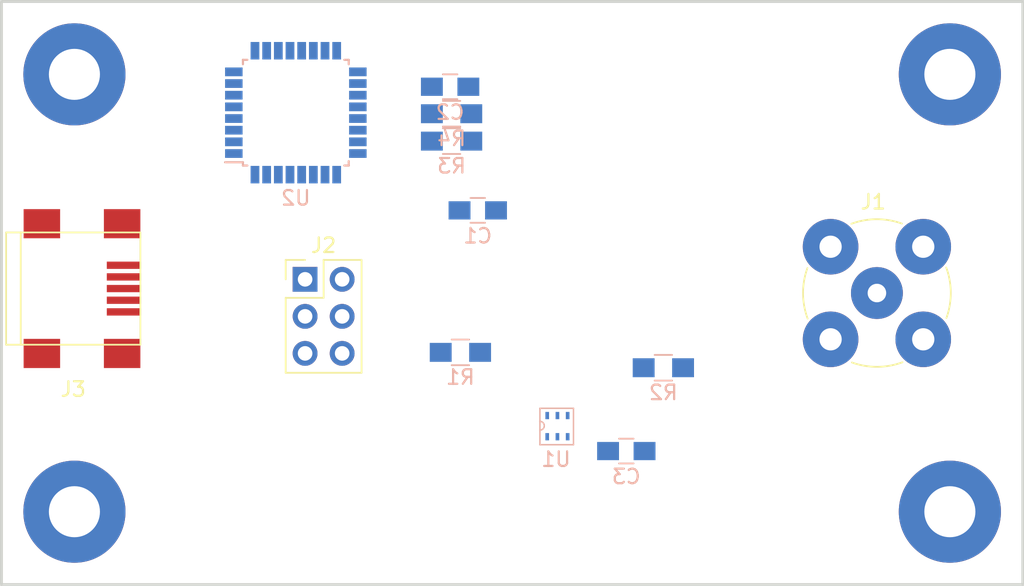
<source format=kicad_pcb>
(kicad_pcb (version 20171130) (host pcbnew "(5.0.0)")

  (general
    (thickness 1.6)
    (drawings 4)
    (tracks 0)
    (zones 0)
    (modules 16)
    (nets 12)
  )

  (page A4)
  (layers
    (0 F.Cu signal)
    (31 B.Cu signal)
    (32 B.Adhes user)
    (33 F.Adhes user)
    (34 B.Paste user)
    (35 F.Paste user)
    (36 B.SilkS user)
    (37 F.SilkS user)
    (38 B.Mask user)
    (39 F.Mask user)
    (40 Dwgs.User user)
    (41 Cmts.User user)
    (42 Eco1.User user)
    (43 Eco2.User user)
    (44 Edge.Cuts user)
    (45 Margin user)
    (46 B.CrtYd user)
    (47 F.CrtYd user)
    (48 B.Fab user)
    (49 F.Fab user)
  )

  (setup
    (last_trace_width 0.25)
    (trace_clearance 0.2)
    (zone_clearance 0.508)
    (zone_45_only no)
    (trace_min 0.2)
    (segment_width 0.2)
    (edge_width 0.15)
    (via_size 0.8)
    (via_drill 0.4)
    (via_min_size 0.4)
    (via_min_drill 0.3)
    (uvia_size 0.3)
    (uvia_drill 0.1)
    (uvias_allowed no)
    (uvia_min_size 0.2)
    (uvia_min_drill 0.1)
    (pcb_text_width 0.3)
    (pcb_text_size 1.5 1.5)
    (mod_edge_width 0.15)
    (mod_text_size 1 1)
    (mod_text_width 0.15)
    (pad_size 1.524 1.524)
    (pad_drill 0.762)
    (pad_to_mask_clearance 0.2)
    (aux_axis_origin 0 0)
    (visible_elements 7FFFFFFF)
    (pcbplotparams
      (layerselection 0x010fc_ffffffff)
      (usegerberextensions false)
      (usegerberattributes false)
      (usegerberadvancedattributes false)
      (creategerberjobfile false)
      (excludeedgelayer true)
      (linewidth 0.100000)
      (plotframeref false)
      (viasonmask false)
      (mode 1)
      (useauxorigin false)
      (hpglpennumber 1)
      (hpglpenspeed 20)
      (hpglpendiameter 15.000000)
      (psnegative false)
      (psa4output false)
      (plotreference true)
      (plotvalue true)
      (plotinvisibletext false)
      (padsonsilk false)
      (subtractmaskfromsilk false)
      (outputformat 1)
      (mirror false)
      (drillshape 1)
      (scaleselection 1)
      (outputdirectory ""))
  )

  (net 0 "")
  (net 1 GND)
  (net 2 "Net-(C1-Pad1)")
  (net 3 "Net-(J1-Pad1)")
  (net 4 VCC)
  (net 5 "Net-(R3-Pad2)")
  (net 6 "Net-(J2-Pad4)")
  (net 7 "Net-(U1-Pad3)")
  (net 8 "Net-(U1-Pad4)")
  (net 9 "Net-(J2-Pad1)")
  (net 10 "Net-(J2-Pad5)")
  (net 11 "Net-(U2-Pad21)")

  (net_class Default "This is the default net class."
    (clearance 0.2)
    (trace_width 0.25)
    (via_dia 0.8)
    (via_drill 0.4)
    (uvia_dia 0.3)
    (uvia_drill 0.1)
    (add_net GND)
    (add_net "Net-(C1-Pad1)")
    (add_net "Net-(J1-Pad1)")
    (add_net "Net-(J2-Pad1)")
    (add_net "Net-(J2-Pad4)")
    (add_net "Net-(J2-Pad5)")
    (add_net "Net-(R3-Pad2)")
    (add_net "Net-(U1-Pad3)")
    (add_net "Net-(U1-Pad4)")
    (add_net "Net-(U2-Pad21)")
    (add_net VCC)
  )

  (module Mounting_Holes:MountingHole_3.5mm_Pad locked (layer F.Cu) (tedit 5BA4F981) (tstamp 5BA4FCF7)
    (at 175 85)
    (descr "Mounting Hole 3.5mm")
    (tags "mounting hole 3.5mm")
    (attr virtual)
    (fp_text reference REF** (at 0 -4.5) (layer F.SilkS) hide
      (effects (font (size 1 1) (thickness 0.15)))
    )
    (fp_text value MountingHole_3.5mm_Pad (at 0 4.5) (layer F.Fab) hide
      (effects (font (size 1 1) (thickness 0.15)))
    )
    (fp_circle (center 0 0) (end 3.75 0) (layer F.CrtYd) (width 0.05))
    (fp_circle (center 0 0) (end 3.5 0) (layer Cmts.User) (width 0.15))
    (fp_text user %R (at 0.3 0) (layer F.Fab)
      (effects (font (size 1 1) (thickness 0.15)))
    )
    (pad 1 thru_hole circle (at 0 0) (size 7 7) (drill 3.5) (layers *.Cu *.Mask))
  )

  (module Mounting_Holes:MountingHole_3.5mm_Pad locked (layer F.Cu) (tedit 5BA4F978) (tstamp 5BA4FCE9)
    (at 175 115)
    (descr "Mounting Hole 3.5mm")
    (tags "mounting hole 3.5mm")
    (attr virtual)
    (fp_text reference REF** (at 0 -4.5) (layer F.SilkS) hide
      (effects (font (size 1 1) (thickness 0.15)))
    )
    (fp_text value MountingHole_3.5mm_Pad (at 0 4.5) (layer F.Fab) hide
      (effects (font (size 1 1) (thickness 0.15)))
    )
    (fp_text user %R (at 0.3 0) (layer F.Fab)
      (effects (font (size 1 1) (thickness 0.15)))
    )
    (fp_circle (center 0 0) (end 3.5 0) (layer Cmts.User) (width 0.15))
    (fp_circle (center 0 0) (end 3.75 0) (layer F.CrtYd) (width 0.05))
    (pad 1 thru_hole circle (at 0 0) (size 7 7) (drill 3.5) (layers *.Cu *.Mask))
  )

  (module Mounting_Holes:MountingHole_3.5mm_Pad locked (layer F.Cu) (tedit 5BA4F970) (tstamp 5BA4FCDB)
    (at 115 115)
    (descr "Mounting Hole 3.5mm")
    (tags "mounting hole 3.5mm")
    (attr virtual)
    (fp_text reference REF** (at 0 -4.5) (layer F.SilkS) hide
      (effects (font (size 1 1) (thickness 0.15)))
    )
    (fp_text value MountingHole_3.5mm_Pad (at 0 4.5) (layer F.Fab) hide
      (effects (font (size 1 1) (thickness 0.15)))
    )
    (fp_circle (center 0 0) (end 3.75 0) (layer F.CrtYd) (width 0.05))
    (fp_circle (center 0 0) (end 3.5 0) (layer Cmts.User) (width 0.15))
    (fp_text user %R (at 0.3 0) (layer F.Fab)
      (effects (font (size 1 1) (thickness 0.15)))
    )
    (pad 1 thru_hole circle (at 0 0) (size 7 7) (drill 3.5) (layers *.Cu *.Mask))
  )

  (module Capacitors_SMD:C_0805_HandSoldering (layer B.Cu) (tedit 58AA84A8) (tstamp 5BA4C66A)
    (at 142.644014 94.330377)
    (descr "Capacitor SMD 0805, hand soldering")
    (tags "capacitor 0805")
    (path /5BA4C63A)
    (attr smd)
    (fp_text reference C1 (at 0 1.75) (layer B.SilkS)
      (effects (font (size 1 1) (thickness 0.15)) (justify mirror))
    )
    (fp_text value C (at 0 -1.75) (layer B.Fab)
      (effects (font (size 1 1) (thickness 0.15)) (justify mirror))
    )
    (fp_line (start 2.25 -0.87) (end -2.25 -0.87) (layer B.CrtYd) (width 0.05))
    (fp_line (start 2.25 -0.87) (end 2.25 0.88) (layer B.CrtYd) (width 0.05))
    (fp_line (start -2.25 0.88) (end -2.25 -0.87) (layer B.CrtYd) (width 0.05))
    (fp_line (start -2.25 0.88) (end 2.25 0.88) (layer B.CrtYd) (width 0.05))
    (fp_line (start -0.5 -0.85) (end 0.5 -0.85) (layer B.SilkS) (width 0.12))
    (fp_line (start 0.5 0.85) (end -0.5 0.85) (layer B.SilkS) (width 0.12))
    (fp_line (start -1 0.62) (end 1 0.62) (layer B.Fab) (width 0.1))
    (fp_line (start 1 0.62) (end 1 -0.62) (layer B.Fab) (width 0.1))
    (fp_line (start 1 -0.62) (end -1 -0.62) (layer B.Fab) (width 0.1))
    (fp_line (start -1 -0.62) (end -1 0.62) (layer B.Fab) (width 0.1))
    (fp_text user %R (at 0 1.75) (layer B.Fab)
      (effects (font (size 1 1) (thickness 0.15)) (justify mirror))
    )
    (pad 2 smd rect (at 1.25 0) (size 1.5 1.25) (layers B.Cu B.Paste B.Mask)
      (net 1 GND))
    (pad 1 smd rect (at -1.25 0) (size 1.5 1.25) (layers B.Cu B.Paste B.Mask)
      (net 2 "Net-(C1-Pad1)"))
    (model Capacitors_SMD.3dshapes/C_0805.wrl
      (at (xyz 0 0 0))
      (scale (xyz 1 1 1))
      (rotate (xyz 0 0 0))
    )
  )

  (module Resistors_SMD:R_0805_HandSoldering (layer B.Cu) (tedit 58E0A804) (tstamp 5BA4C6B4)
    (at 141.454015 104.070376)
    (descr "Resistor SMD 0805, hand soldering")
    (tags "resistor 0805")
    (path /5BA4C5A3)
    (attr smd)
    (fp_text reference R1 (at 0 1.7) (layer B.SilkS)
      (effects (font (size 1 1) (thickness 0.15)) (justify mirror))
    )
    (fp_text value R (at 0 -1.75) (layer B.Fab)
      (effects (font (size 1 1) (thickness 0.15)) (justify mirror))
    )
    (fp_text user %R (at 0 0) (layer B.Fab)
      (effects (font (size 0.5 0.5) (thickness 0.075)) (justify mirror))
    )
    (fp_line (start -1 -0.62) (end -1 0.62) (layer B.Fab) (width 0.1))
    (fp_line (start 1 -0.62) (end -1 -0.62) (layer B.Fab) (width 0.1))
    (fp_line (start 1 0.62) (end 1 -0.62) (layer B.Fab) (width 0.1))
    (fp_line (start -1 0.62) (end 1 0.62) (layer B.Fab) (width 0.1))
    (fp_line (start 0.6 -0.88) (end -0.6 -0.88) (layer B.SilkS) (width 0.12))
    (fp_line (start -0.6 0.88) (end 0.6 0.88) (layer B.SilkS) (width 0.12))
    (fp_line (start -2.35 0.9) (end 2.35 0.9) (layer B.CrtYd) (width 0.05))
    (fp_line (start -2.35 0.9) (end -2.35 -0.9) (layer B.CrtYd) (width 0.05))
    (fp_line (start 2.35 -0.9) (end 2.35 0.9) (layer B.CrtYd) (width 0.05))
    (fp_line (start 2.35 -0.9) (end -2.35 -0.9) (layer B.CrtYd) (width 0.05))
    (pad 1 smd rect (at -1.35 0) (size 1.5 1.3) (layers B.Cu B.Paste B.Mask)
      (net 3 "Net-(J1-Pad1)"))
    (pad 2 smd rect (at 1.35 0) (size 1.5 1.3) (layers B.Cu B.Paste B.Mask)
      (net 1 GND))
    (model ${KISYS3DMOD}/Resistors_SMD.3dshapes/R_0805.wrl
      (at (xyz 0 0 0))
      (scale (xyz 1 1 1))
      (rotate (xyz 0 0 0))
    )
  )

  (module Resistors_SMD:R_0805_HandSoldering (layer B.Cu) (tedit 58E0A804) (tstamp 5BA4C6C5)
    (at 155.364014 105.125377)
    (descr "Resistor SMD 0805, hand soldering")
    (tags "resistor 0805")
    (path /5BA4C559)
    (attr smd)
    (fp_text reference R2 (at 0 1.7) (layer B.SilkS)
      (effects (font (size 1 1) (thickness 0.15)) (justify mirror))
    )
    (fp_text value R (at 0 -1.75) (layer B.Fab)
      (effects (font (size 1 1) (thickness 0.15)) (justify mirror))
    )
    (fp_line (start 2.35 -0.9) (end -2.35 -0.9) (layer B.CrtYd) (width 0.05))
    (fp_line (start 2.35 -0.9) (end 2.35 0.9) (layer B.CrtYd) (width 0.05))
    (fp_line (start -2.35 0.9) (end -2.35 -0.9) (layer B.CrtYd) (width 0.05))
    (fp_line (start -2.35 0.9) (end 2.35 0.9) (layer B.CrtYd) (width 0.05))
    (fp_line (start -0.6 0.88) (end 0.6 0.88) (layer B.SilkS) (width 0.12))
    (fp_line (start 0.6 -0.88) (end -0.6 -0.88) (layer B.SilkS) (width 0.12))
    (fp_line (start -1 0.62) (end 1 0.62) (layer B.Fab) (width 0.1))
    (fp_line (start 1 0.62) (end 1 -0.62) (layer B.Fab) (width 0.1))
    (fp_line (start 1 -0.62) (end -1 -0.62) (layer B.Fab) (width 0.1))
    (fp_line (start -1 -0.62) (end -1 0.62) (layer B.Fab) (width 0.1))
    (fp_text user %R (at 0 0) (layer B.Fab)
      (effects (font (size 0.5 0.5) (thickness 0.075)) (justify mirror))
    )
    (pad 2 smd rect (at 1.35 0) (size 1.5 1.3) (layers B.Cu B.Paste B.Mask)
      (net 3 "Net-(J1-Pad1)"))
    (pad 1 smd rect (at -1.35 0) (size 1.5 1.3) (layers B.Cu B.Paste B.Mask)
      (net 2 "Net-(C1-Pad1)"))
    (model ${KISYS3DMOD}/Resistors_SMD.3dshapes/R_0805.wrl
      (at (xyz 0 0 0))
      (scale (xyz 1 1 1))
      (rotate (xyz 0 0 0))
    )
  )

  (module Capacitors_SMD:C_0805_HandSoldering (layer B.Cu) (tedit 58AA84A8) (tstamp 5BA4C8EB)
    (at 140.749015 85.850376)
    (descr "Capacitor SMD 0805, hand soldering")
    (tags "capacitor 0805")
    (path /5BA4F023)
    (attr smd)
    (fp_text reference C2 (at 0 1.75) (layer B.SilkS)
      (effects (font (size 1 1) (thickness 0.15)) (justify mirror))
    )
    (fp_text value C (at 0 -1.75) (layer B.Fab)
      (effects (font (size 1 1) (thickness 0.15)) (justify mirror))
    )
    (fp_line (start 2.25 -0.87) (end -2.25 -0.87) (layer B.CrtYd) (width 0.05))
    (fp_line (start 2.25 -0.87) (end 2.25 0.88) (layer B.CrtYd) (width 0.05))
    (fp_line (start -2.25 0.88) (end -2.25 -0.87) (layer B.CrtYd) (width 0.05))
    (fp_line (start -2.25 0.88) (end 2.25 0.88) (layer B.CrtYd) (width 0.05))
    (fp_line (start -0.5 -0.85) (end 0.5 -0.85) (layer B.SilkS) (width 0.12))
    (fp_line (start 0.5 0.85) (end -0.5 0.85) (layer B.SilkS) (width 0.12))
    (fp_line (start -1 0.62) (end 1 0.62) (layer B.Fab) (width 0.1))
    (fp_line (start 1 0.62) (end 1 -0.62) (layer B.Fab) (width 0.1))
    (fp_line (start 1 -0.62) (end -1 -0.62) (layer B.Fab) (width 0.1))
    (fp_line (start -1 -0.62) (end -1 0.62) (layer B.Fab) (width 0.1))
    (fp_text user %R (at 0 1.75) (layer B.Fab)
      (effects (font (size 1 1) (thickness 0.15)) (justify mirror))
    )
    (pad 2 smd rect (at 1.25 0) (size 1.5 1.25) (layers B.Cu B.Paste B.Mask)
      (net 1 GND))
    (pad 1 smd rect (at -1.25 0) (size 1.5 1.25) (layers B.Cu B.Paste B.Mask)
      (net 4 VCC))
    (model Capacitors_SMD.3dshapes/C_0805.wrl
      (at (xyz 0 0 0))
      (scale (xyz 1 1 1))
      (rotate (xyz 0 0 0))
    )
  )

  (module Resistors_SMD:R_0805_HandSoldering (layer B.Cu) (tedit 58E0A804) (tstamp 5BA4C90E)
    (at 140.849015 89.580376)
    (descr "Resistor SMD 0805, hand soldering")
    (tags "resistor 0805")
    (path /5BA4E565)
    (attr smd)
    (fp_text reference R3 (at 0 1.7) (layer B.SilkS)
      (effects (font (size 1 1) (thickness 0.15)) (justify mirror))
    )
    (fp_text value R (at 0 -1.75) (layer B.Fab)
      (effects (font (size 1 1) (thickness 0.15)) (justify mirror))
    )
    (fp_text user %R (at 0 0) (layer B.Fab)
      (effects (font (size 0.5 0.5) (thickness 0.075)) (justify mirror))
    )
    (fp_line (start -1 -0.62) (end -1 0.62) (layer B.Fab) (width 0.1))
    (fp_line (start 1 -0.62) (end -1 -0.62) (layer B.Fab) (width 0.1))
    (fp_line (start 1 0.62) (end 1 -0.62) (layer B.Fab) (width 0.1))
    (fp_line (start -1 0.62) (end 1 0.62) (layer B.Fab) (width 0.1))
    (fp_line (start 0.6 -0.88) (end -0.6 -0.88) (layer B.SilkS) (width 0.12))
    (fp_line (start -0.6 0.88) (end 0.6 0.88) (layer B.SilkS) (width 0.12))
    (fp_line (start -2.35 0.9) (end 2.35 0.9) (layer B.CrtYd) (width 0.05))
    (fp_line (start -2.35 0.9) (end -2.35 -0.9) (layer B.CrtYd) (width 0.05))
    (fp_line (start 2.35 -0.9) (end 2.35 0.9) (layer B.CrtYd) (width 0.05))
    (fp_line (start 2.35 -0.9) (end -2.35 -0.9) (layer B.CrtYd) (width 0.05))
    (pad 1 smd rect (at -1.35 0) (size 1.5 1.3) (layers B.Cu B.Paste B.Mask)
      (net 4 VCC))
    (pad 2 smd rect (at 1.35 0) (size 1.5 1.3) (layers B.Cu B.Paste B.Mask)
      (net 5 "Net-(R3-Pad2)"))
    (model ${KISYS3DMOD}/Resistors_SMD.3dshapes/R_0805.wrl
      (at (xyz 0 0 0))
      (scale (xyz 1 1 1))
      (rotate (xyz 0 0 0))
    )
  )

  (module Resistors_SMD:R_0805_HandSoldering (layer B.Cu) (tedit 58E0A804) (tstamp 5BA4C91F)
    (at 140.849015 87.700376)
    (descr "Resistor SMD 0805, hand soldering")
    (tags "resistor 0805")
    (path /5BA4E5AB)
    (attr smd)
    (fp_text reference R4 (at 0 1.7) (layer B.SilkS)
      (effects (font (size 1 1) (thickness 0.15)) (justify mirror))
    )
    (fp_text value R (at 0 -1.75) (layer B.Fab)
      (effects (font (size 1 1) (thickness 0.15)) (justify mirror))
    )
    (fp_line (start 2.35 -0.9) (end -2.35 -0.9) (layer B.CrtYd) (width 0.05))
    (fp_line (start 2.35 -0.9) (end 2.35 0.9) (layer B.CrtYd) (width 0.05))
    (fp_line (start -2.35 0.9) (end -2.35 -0.9) (layer B.CrtYd) (width 0.05))
    (fp_line (start -2.35 0.9) (end 2.35 0.9) (layer B.CrtYd) (width 0.05))
    (fp_line (start -0.6 0.88) (end 0.6 0.88) (layer B.SilkS) (width 0.12))
    (fp_line (start 0.6 -0.88) (end -0.6 -0.88) (layer B.SilkS) (width 0.12))
    (fp_line (start -1 0.62) (end 1 0.62) (layer B.Fab) (width 0.1))
    (fp_line (start 1 0.62) (end 1 -0.62) (layer B.Fab) (width 0.1))
    (fp_line (start 1 -0.62) (end -1 -0.62) (layer B.Fab) (width 0.1))
    (fp_line (start -1 -0.62) (end -1 0.62) (layer B.Fab) (width 0.1))
    (fp_text user %R (at 0 0) (layer B.Fab)
      (effects (font (size 0.5 0.5) (thickness 0.075)) (justify mirror))
    )
    (pad 2 smd rect (at 1.35 0) (size 1.5 1.3) (layers B.Cu B.Paste B.Mask)
      (net 1 GND))
    (pad 1 smd rect (at -1.35 0) (size 1.5 1.3) (layers B.Cu B.Paste B.Mask)
      (net 5 "Net-(R3-Pad2)"))
    (model ${KISYS3DMOD}/Resistors_SMD.3dshapes/R_0805.wrl
      (at (xyz 0 0 0))
      (scale (xyz 1 1 1))
      (rotate (xyz 0 0 0))
    )
  )

  (module IonizationChamber:ADS1110 (layer B.Cu) (tedit 5BA4D47B) (tstamp 5BA4DCDD)
    (at 147.404015 108.405376)
    (path /5BA4DF34)
    (fp_text reference U1 (at 0.6 3) (layer B.SilkS)
      (effects (font (size 1 1) (thickness 0.15)) (justify mirror))
    )
    (fp_text value ADS1110 (at 0.6 4.3) (layer B.Fab)
      (effects (font (size 1 1) (thickness 0.15)) (justify mirror))
    )
    (fp_line (start -0.5 2) (end 1.8 2) (layer B.SilkS) (width 0.1))
    (fp_line (start 1.8 2) (end 1.8 -0.5) (layer B.SilkS) (width 0.1))
    (fp_line (start 1.8 -0.5) (end -0.5 -0.5) (layer B.SilkS) (width 0.1))
    (fp_line (start -0.5 -0.5) (end -0.5 2) (layer B.SilkS) (width 0.1))
    (fp_arc (start -0.5 0.7) (end -0.5 0.4) (angle 180) (layer B.SilkS) (width 0.1))
    (pad 1 smd rect (at 0 0 180) (size 0.25 0.5) (layers B.Cu B.Paste B.Mask)
      (net 2 "Net-(C1-Pad1)"))
    (pad 2 smd rect (at 0.7 0 180) (size 0.25 0.5) (layers B.Cu B.Paste B.Mask)
      (net 1 GND))
    (pad 3 smd rect (at 1.4 0 180) (size 0.25 0.5) (layers B.Cu B.Paste B.Mask)
      (net 7 "Net-(U1-Pad3)"))
    (pad 4 smd rect (at 1.4 1.45 180) (size 0.25 0.5) (layers B.Cu B.Paste B.Mask)
      (net 8 "Net-(U1-Pad4)"))
    (pad 5 smd rect (at 0.7 1.45 180) (size 0.25 0.5) (layers B.Cu B.Paste B.Mask)
      (net 4 VCC))
    (pad 6 smd rect (at 0 1.45 180) (size 0.25 0.5) (layers B.Cu B.Paste B.Mask)
      (net 5 "Net-(R3-Pad2)"))
  )

  (module Capacitors_SMD:C_0805_HandSoldering (layer B.Cu) (tedit 58AA84A8) (tstamp 5BA4F5E7)
    (at 152.824014 110.840377)
    (descr "Capacitor SMD 0805, hand soldering")
    (tags "capacitor 0805")
    (path /5BA4FD59)
    (attr smd)
    (fp_text reference C3 (at 0 1.75) (layer B.SilkS)
      (effects (font (size 1 1) (thickness 0.15)) (justify mirror))
    )
    (fp_text value C (at 0 -1.75) (layer B.Fab)
      (effects (font (size 1 1) (thickness 0.15)) (justify mirror))
    )
    (fp_line (start 2.25 -0.87) (end -2.25 -0.87) (layer B.CrtYd) (width 0.05))
    (fp_line (start 2.25 -0.87) (end 2.25 0.88) (layer B.CrtYd) (width 0.05))
    (fp_line (start -2.25 0.88) (end -2.25 -0.87) (layer B.CrtYd) (width 0.05))
    (fp_line (start -2.25 0.88) (end 2.25 0.88) (layer B.CrtYd) (width 0.05))
    (fp_line (start -0.5 -0.85) (end 0.5 -0.85) (layer B.SilkS) (width 0.12))
    (fp_line (start 0.5 0.85) (end -0.5 0.85) (layer B.SilkS) (width 0.12))
    (fp_line (start -1 0.62) (end 1 0.62) (layer B.Fab) (width 0.1))
    (fp_line (start 1 0.62) (end 1 -0.62) (layer B.Fab) (width 0.1))
    (fp_line (start 1 -0.62) (end -1 -0.62) (layer B.Fab) (width 0.1))
    (fp_line (start -1 -0.62) (end -1 0.62) (layer B.Fab) (width 0.1))
    (fp_text user %R (at 0 1.75) (layer B.Fab)
      (effects (font (size 1 1) (thickness 0.15)) (justify mirror))
    )
    (pad 2 smd rect (at 1.25 0) (size 1.5 1.25) (layers B.Cu B.Paste B.Mask)
      (net 1 GND))
    (pad 1 smd rect (at -1.25 0) (size 1.5 1.25) (layers B.Cu B.Paste B.Mask)
      (net 4 VCC))
    (model Capacitors_SMD.3dshapes/C_0805.wrl
      (at (xyz 0 0 0))
      (scale (xyz 1 1 1))
      (rotate (xyz 0 0 0))
    )
  )

  (module Connectors:USB_Mini-B (layer F.Cu) (tedit 5543E571) (tstamp 5BA4F70F)
    (at 115.57 99.695)
    (descr "USB Mini-B 5-pin SMD connector")
    (tags "USB USB_B USB_Mini connector")
    (path /5BA4C9B2)
    (attr smd)
    (fp_text reference J3 (at -0.65 6.9) (layer F.SilkS)
      (effects (font (size 1 1) (thickness 0.15)))
    )
    (fp_text value USB_B_Mini (at -0.65 -7.1) (layer F.Fab)
      (effects (font (size 1 1) (thickness 0.15)))
    )
    (fp_line (start 3.95 -3.85) (end -5.25 -3.85) (layer F.SilkS) (width 0.12))
    (fp_line (start 3.95 3.85) (end 3.95 -3.85) (layer F.SilkS) (width 0.12))
    (fp_line (start -5.25 3.85) (end 3.95 3.85) (layer F.SilkS) (width 0.12))
    (fp_line (start -5.25 -3.85) (end -5.25 3.85) (layer F.SilkS) (width 0.12))
    (fp_line (start -4.25 -3.85) (end -4.25 3.85) (layer F.SilkS) (width 0.12))
    (fp_line (start -5.5 5.7) (end -5.5 -5.7) (layer F.CrtYd) (width 0.05))
    (fp_line (start 4.2 5.7) (end -5.5 5.7) (layer F.CrtYd) (width 0.05))
    (fp_line (start 4.2 -5.7) (end 4.2 5.7) (layer F.CrtYd) (width 0.05))
    (fp_line (start -5.5 -5.7) (end 4.2 -5.7) (layer F.CrtYd) (width 0.05))
    (pad "" np_thru_hole circle (at 0.2 2.2) (size 0.9 0.9) (drill 0.9) (layers *.Cu *.Mask))
    (pad "" np_thru_hole circle (at 0.2 -2.2) (size 0.9 0.9) (drill 0.9) (layers *.Cu *.Mask))
    (pad 6 smd rect (at -2.8 4.45) (size 2.5 2) (layers F.Cu F.Paste F.Mask)
      (net 1 GND))
    (pad 6 smd rect (at 2.7 4.45) (size 2.5 2) (layers F.Cu F.Paste F.Mask)
      (net 1 GND))
    (pad 6 smd rect (at -2.8 -4.45) (size 2.5 2) (layers F.Cu F.Paste F.Mask)
      (net 1 GND))
    (pad 6 smd rect (at 2.7 -4.45) (size 2.5 2) (layers F.Cu F.Paste F.Mask)
      (net 1 GND))
    (pad 5 smd rect (at 2.8 1.6) (size 2.3 0.5) (layers F.Cu F.Paste F.Mask)
      (net 1 GND))
    (pad 4 smd rect (at 2.8 0.8) (size 2.3 0.5) (layers F.Cu F.Paste F.Mask))
    (pad 3 smd rect (at 2.8 0) (size 2.3 0.5) (layers F.Cu F.Paste F.Mask))
    (pad 2 smd rect (at 2.8 -0.8) (size 2.3 0.5) (layers F.Cu F.Paste F.Mask))
    (pad 1 smd rect (at 2.8 -1.6) (size 2.3 0.5) (layers F.Cu F.Paste F.Mask)
      (net 4 VCC))
  )

  (module Connectors:bnc-ci locked (layer F.Cu) (tedit 586130DD) (tstamp 5BA4F8D9)
    (at 170 100)
    (descr "BNC female PCB mount 4 pin straight chassis connector")
    (tags "BNC female PCB mount 4 pin straight chassis connector http://img-asia.electrocomponents.com/largeimages/L457024-02.gif")
    (path /5BA4C499)
    (fp_text reference J1 (at -0.25 -6.25) (layer F.SilkS)
      (effects (font (size 1 1) (thickness 0.15)))
    )
    (fp_text value Conn_Coaxial (at 0 6.5) (layer F.Fab)
      (effects (font (size 1 1) (thickness 0.15)))
    )
    (fp_circle (center 0 0) (end 4.8 0) (layer F.Fab) (width 0.1))
    (fp_arc (start 0 0) (end -1.75 -4.75) (angle 40) (layer F.SilkS) (width 0.12))
    (fp_arc (start 0 0) (end 4.75 -1.75) (angle 40) (layer F.SilkS) (width 0.12))
    (fp_arc (start 0 0) (end 1.75 4.75) (angle 40) (layer F.SilkS) (width 0.12))
    (fp_arc (start 0 0) (end -4.75 1.75) (angle 40) (layer F.SilkS) (width 0.12))
    (fp_line (start -5.5 -5.5) (end 5.5 -5.5) (layer F.CrtYd) (width 0.05))
    (fp_line (start -5.5 5.5) (end -5.5 -5.5) (layer F.CrtYd) (width 0.05))
    (fp_line (start 5.5 5.5) (end -5.5 5.5) (layer F.CrtYd) (width 0.05))
    (fp_line (start 5.5 -5.5) (end 5.5 5.5) (layer F.CrtYd) (width 0.05))
    (pad 2 thru_hole circle (at 3.175 3.175) (size 3.81 3.81) (drill 1.524) (layers *.Cu *.Mask)
      (net 1 GND))
    (pad 2 thru_hole circle (at -3.175 3.175) (size 3.81 3.81) (drill 1.524) (layers *.Cu *.Mask)
      (net 1 GND))
    (pad 2 thru_hole circle (at 3.175 -3.175) (size 3.81 3.81) (drill 1.524) (layers *.Cu *.Mask)
      (net 1 GND))
    (pad 1 thru_hole circle (at 0 0) (size 3.556 3.556) (drill 1.27) (layers *.Cu *.Mask)
      (net 3 "Net-(J1-Pad1)"))
    (pad 2 thru_hole circle (at -3.175 -3.175) (size 3.81 3.81) (drill 1.524) (layers *.Cu *.Mask)
      (net 1 GND))
    (model ${KISYS3DMOD}/Connectors.3dshapes/bnc-ci.wrl
      (at (xyz 0 0 0))
      (scale (xyz 2 2 2))
      (rotate (xyz 0 0 0))
    )
  )

  (module Pin_Headers:Pin_Header_Straight_2x03_Pitch2.54mm (layer F.Cu) (tedit 59650532) (tstamp 5BA4F8EA)
    (at 130.81 99.06)
    (descr "Through hole straight pin header, 2x03, 2.54mm pitch, double rows")
    (tags "Through hole pin header THT 2x03 2.54mm double row")
    (path /5BA51B52)
    (fp_text reference J2 (at 1.27 -2.33) (layer F.SilkS)
      (effects (font (size 1 1) (thickness 0.15)))
    )
    (fp_text value AVR-ISP-6 (at 1.27 7.41) (layer F.Fab)
      (effects (font (size 1 1) (thickness 0.15)))
    )
    (fp_text user %R (at 1.27 2.54 90) (layer F.Fab)
      (effects (font (size 1 1) (thickness 0.15)))
    )
    (fp_line (start 4.35 -1.8) (end -1.8 -1.8) (layer F.CrtYd) (width 0.05))
    (fp_line (start 4.35 6.85) (end 4.35 -1.8) (layer F.CrtYd) (width 0.05))
    (fp_line (start -1.8 6.85) (end 4.35 6.85) (layer F.CrtYd) (width 0.05))
    (fp_line (start -1.8 -1.8) (end -1.8 6.85) (layer F.CrtYd) (width 0.05))
    (fp_line (start -1.33 -1.33) (end 0 -1.33) (layer F.SilkS) (width 0.12))
    (fp_line (start -1.33 0) (end -1.33 -1.33) (layer F.SilkS) (width 0.12))
    (fp_line (start 1.27 -1.33) (end 3.87 -1.33) (layer F.SilkS) (width 0.12))
    (fp_line (start 1.27 1.27) (end 1.27 -1.33) (layer F.SilkS) (width 0.12))
    (fp_line (start -1.33 1.27) (end 1.27 1.27) (layer F.SilkS) (width 0.12))
    (fp_line (start 3.87 -1.33) (end 3.87 6.41) (layer F.SilkS) (width 0.12))
    (fp_line (start -1.33 1.27) (end -1.33 6.41) (layer F.SilkS) (width 0.12))
    (fp_line (start -1.33 6.41) (end 3.87 6.41) (layer F.SilkS) (width 0.12))
    (fp_line (start -1.27 0) (end 0 -1.27) (layer F.Fab) (width 0.1))
    (fp_line (start -1.27 6.35) (end -1.27 0) (layer F.Fab) (width 0.1))
    (fp_line (start 3.81 6.35) (end -1.27 6.35) (layer F.Fab) (width 0.1))
    (fp_line (start 3.81 -1.27) (end 3.81 6.35) (layer F.Fab) (width 0.1))
    (fp_line (start 0 -1.27) (end 3.81 -1.27) (layer F.Fab) (width 0.1))
    (pad 6 thru_hole oval (at 2.54 5.08) (size 1.7 1.7) (drill 1) (layers *.Cu *.Mask)
      (net 1 GND))
    (pad 5 thru_hole oval (at 0 5.08) (size 1.7 1.7) (drill 1) (layers *.Cu *.Mask)
      (net 10 "Net-(J2-Pad5)"))
    (pad 4 thru_hole oval (at 2.54 2.54) (size 1.7 1.7) (drill 1) (layers *.Cu *.Mask)
      (net 6 "Net-(J2-Pad4)"))
    (pad 3 thru_hole oval (at 0 2.54) (size 1.7 1.7) (drill 1) (layers *.Cu *.Mask))
    (pad 2 thru_hole oval (at 2.54 0) (size 1.7 1.7) (drill 1) (layers *.Cu *.Mask)
      (net 4 VCC))
    (pad 1 thru_hole rect (at 0 0) (size 1.7 1.7) (drill 1) (layers *.Cu *.Mask)
      (net 9 "Net-(J2-Pad1)"))
    (model ${KISYS3DMOD}/Pin_Headers.3dshapes/Pin_Header_Straight_2x03_Pitch2.54mm.wrl
      (at (xyz 0 0 0))
      (scale (xyz 1 1 1))
      (rotate (xyz 0 0 0))
    )
  )

  (module Housings_QFP:LQFP-32_7x7mm_Pitch0.8mm (layer B.Cu) (tedit 54130A77) (tstamp 5BA4F93B)
    (at 130.175 87.63)
    (descr "LQFP32: plastic low profile quad flat package; 32 leads; body 7 x 7 x 1.4 mm (see NXP sot358-1_po.pdf and sot358-1_fr.pdf)")
    (tags "QFP 0.8")
    (path /5BA4E20F)
    (attr smd)
    (fp_text reference U2 (at 0 5.85) (layer B.SilkS)
      (effects (font (size 1 1) (thickness 0.15)) (justify mirror))
    )
    (fp_text value ATtiny88-AU (at 0 -5.85) (layer B.Fab)
      (effects (font (size 1 1) (thickness 0.15)) (justify mirror))
    )
    (fp_line (start -3.625 3.4) (end -4.85 3.4) (layer B.SilkS) (width 0.15))
    (fp_line (start 3.625 3.625) (end 3.325 3.625) (layer B.SilkS) (width 0.15))
    (fp_line (start 3.625 -3.625) (end 3.325 -3.625) (layer B.SilkS) (width 0.15))
    (fp_line (start -3.625 -3.625) (end -3.325 -3.625) (layer B.SilkS) (width 0.15))
    (fp_line (start -3.625 3.625) (end -3.325 3.625) (layer B.SilkS) (width 0.15))
    (fp_line (start -3.625 -3.625) (end -3.625 -3.325) (layer B.SilkS) (width 0.15))
    (fp_line (start 3.625 -3.625) (end 3.625 -3.325) (layer B.SilkS) (width 0.15))
    (fp_line (start 3.625 3.625) (end 3.625 3.325) (layer B.SilkS) (width 0.15))
    (fp_line (start -3.625 3.625) (end -3.625 3.4) (layer B.SilkS) (width 0.15))
    (fp_line (start -5.1 -5.1) (end 5.1 -5.1) (layer B.CrtYd) (width 0.05))
    (fp_line (start -5.1 5.1) (end 5.1 5.1) (layer B.CrtYd) (width 0.05))
    (fp_line (start 5.1 5.1) (end 5.1 -5.1) (layer B.CrtYd) (width 0.05))
    (fp_line (start -5.1 5.1) (end -5.1 -5.1) (layer B.CrtYd) (width 0.05))
    (fp_line (start -3.5 2.5) (end -2.5 3.5) (layer B.Fab) (width 0.15))
    (fp_line (start -3.5 -3.5) (end -3.5 2.5) (layer B.Fab) (width 0.15))
    (fp_line (start 3.5 -3.5) (end -3.5 -3.5) (layer B.Fab) (width 0.15))
    (fp_line (start 3.5 3.5) (end 3.5 -3.5) (layer B.Fab) (width 0.15))
    (fp_line (start -2.5 3.5) (end 3.5 3.5) (layer B.Fab) (width 0.15))
    (fp_text user %R (at 0 0) (layer B.Fab)
      (effects (font (size 1 1) (thickness 0.15)) (justify mirror))
    )
    (pad 32 smd rect (at -2.8 4.25 270) (size 1.2 0.6) (layers B.Cu B.Paste B.Mask))
    (pad 31 smd rect (at -2 4.25 270) (size 1.2 0.6) (layers B.Cu B.Paste B.Mask))
    (pad 30 smd rect (at -1.2 4.25 270) (size 1.2 0.6) (layers B.Cu B.Paste B.Mask))
    (pad 29 smd rect (at -0.4 4.25 270) (size 1.2 0.6) (layers B.Cu B.Paste B.Mask)
      (net 10 "Net-(J2-Pad5)"))
    (pad 28 smd rect (at 0.4 4.25 270) (size 1.2 0.6) (layers B.Cu B.Paste B.Mask)
      (net 7 "Net-(U1-Pad3)"))
    (pad 27 smd rect (at 1.2 4.25 270) (size 1.2 0.6) (layers B.Cu B.Paste B.Mask)
      (net 8 "Net-(U1-Pad4)"))
    (pad 26 smd rect (at 2 4.25 270) (size 1.2 0.6) (layers B.Cu B.Paste B.Mask))
    (pad 25 smd rect (at 2.8 4.25 270) (size 1.2 0.6) (layers B.Cu B.Paste B.Mask))
    (pad 24 smd rect (at 4.25 2.8) (size 1.2 0.6) (layers B.Cu B.Paste B.Mask))
    (pad 23 smd rect (at 4.25 2) (size 1.2 0.6) (layers B.Cu B.Paste B.Mask))
    (pad 22 smd rect (at 4.25 1.2) (size 1.2 0.6) (layers B.Cu B.Paste B.Mask))
    (pad 21 smd rect (at 4.25 0.4) (size 1.2 0.6) (layers B.Cu B.Paste B.Mask)
      (net 11 "Net-(U2-Pad21)"))
    (pad 20 smd rect (at 4.25 -0.4) (size 1.2 0.6) (layers B.Cu B.Paste B.Mask))
    (pad 19 smd rect (at 4.25 -1.2) (size 1.2 0.6) (layers B.Cu B.Paste B.Mask))
    (pad 18 smd rect (at 4.25 -2) (size 1.2 0.6) (layers B.Cu B.Paste B.Mask))
    (pad 17 smd rect (at 4.25 -2.8) (size 1.2 0.6) (layers B.Cu B.Paste B.Mask))
    (pad 16 smd rect (at 2.8 -4.25 270) (size 1.2 0.6) (layers B.Cu B.Paste B.Mask)
      (net 9 "Net-(J2-Pad1)"))
    (pad 15 smd rect (at 2 -4.25 270) (size 1.2 0.6) (layers B.Cu B.Paste B.Mask)
      (net 6 "Net-(J2-Pad4)"))
    (pad 14 smd rect (at 1.2 -4.25 270) (size 1.2 0.6) (layers B.Cu B.Paste B.Mask))
    (pad 13 smd rect (at 0.4 -4.25 270) (size 1.2 0.6) (layers B.Cu B.Paste B.Mask))
    (pad 12 smd rect (at -0.4 -4.25 270) (size 1.2 0.6) (layers B.Cu B.Paste B.Mask))
    (pad 11 smd rect (at -1.2 -4.25 270) (size 1.2 0.6) (layers B.Cu B.Paste B.Mask))
    (pad 10 smd rect (at -2 -4.25 270) (size 1.2 0.6) (layers B.Cu B.Paste B.Mask))
    (pad 9 smd rect (at -2.8 -4.25 270) (size 1.2 0.6) (layers B.Cu B.Paste B.Mask))
    (pad 8 smd rect (at -4.25 -2.8) (size 1.2 0.6) (layers B.Cu B.Paste B.Mask))
    (pad 7 smd rect (at -4.25 -2) (size 1.2 0.6) (layers B.Cu B.Paste B.Mask))
    (pad 6 smd rect (at -4.25 -1.2) (size 1.2 0.6) (layers B.Cu B.Paste B.Mask))
    (pad 5 smd rect (at -4.25 -0.4) (size 1.2 0.6) (layers B.Cu B.Paste B.Mask)
      (net 11 "Net-(U2-Pad21)"))
    (pad 4 smd rect (at -4.25 0.4) (size 1.2 0.6) (layers B.Cu B.Paste B.Mask))
    (pad 3 smd rect (at -4.25 1.2) (size 1.2 0.6) (layers B.Cu B.Paste B.Mask))
    (pad 2 smd rect (at -4.25 2) (size 1.2 0.6) (layers B.Cu B.Paste B.Mask))
    (pad 1 smd rect (at -4.25 2.8) (size 1.2 0.6) (layers B.Cu B.Paste B.Mask))
    (model ${KISYS3DMOD}/Housings_QFP.3dshapes/LQFP-32_7x7mm_Pitch0.8mm.wrl
      (at (xyz 0 0 0))
      (scale (xyz 1 1 1))
      (rotate (xyz 0 0 0))
    )
  )

  (module Mounting_Holes:MountingHole_3.5mm_Pad locked (layer F.Cu) (tedit 5BA4F960) (tstamp 5BA4FCD2)
    (at 115 85)
    (descr "Mounting Hole 3.5mm")
    (tags "mounting hole 3.5mm")
    (attr virtual)
    (fp_text reference REF** (at 0 -4.5) (layer F.SilkS) hide
      (effects (font (size 1 1) (thickness 0.15)))
    )
    (fp_text value MountingHole_3.5mm_Pad (at 0 4.5) (layer F.Fab) hide
      (effects (font (size 1 1) (thickness 0.15)))
    )
    (fp_text user %R (at 0.3 0) (layer F.Fab)
      (effects (font (size 1 1) (thickness 0.15)))
    )
    (fp_circle (center 0 0) (end 3.5 0) (layer Cmts.User) (width 0.15))
    (fp_circle (center 0 0) (end 3.75 0) (layer F.CrtYd) (width 0.05))
    (pad 1 thru_hole circle (at 0 0) (size 7 7) (drill 3.5) (layers *.Cu *.Mask))
  )

  (gr_line (start 110 120) (end 110 80) (layer Edge.Cuts) (width 0.2))
  (gr_line (start 180 120) (end 110 120) (layer Edge.Cuts) (width 0.2))
  (gr_line (start 180 80) (end 180 120) (layer Edge.Cuts) (width 0.2))
  (gr_line (start 110 80) (end 180 80) (layer Edge.Cuts) (width 0.2))

)

</source>
